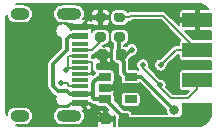
<source format=gtl>
G04 #@! TF.GenerationSoftware,KiCad,Pcbnew,5.1.9+dfsg1-1+deb11u1*
G04 #@! TF.CreationDate,2023-05-11T20:21:06+02:00*
G04 #@! TF.ProjectId,base,62617365-2e6b-4696-9361-645f70636258,rev?*
G04 #@! TF.SameCoordinates,Original*
G04 #@! TF.FileFunction,Copper,L1,Top*
G04 #@! TF.FilePolarity,Positive*
%FSLAX46Y46*%
G04 Gerber Fmt 4.6, Leading zero omitted, Abs format (unit mm)*
G04 Created by KiCad (PCBNEW 5.1.9+dfsg1-1+deb11u1) date 2023-05-11 20:21:06*
%MOMM*%
%LPD*%
G01*
G04 APERTURE LIST*
G04 #@! TA.AperFunction,SMDPad,CuDef*
%ADD10R,1.060000X0.650000*%
G04 #@! TD*
G04 #@! TA.AperFunction,SMDPad,CuDef*
%ADD11R,2.500000X1.250000*%
G04 #@! TD*
G04 #@! TA.AperFunction,ComponentPad*
%ADD12O,1.600000X1.000000*%
G04 #@! TD*
G04 #@! TA.AperFunction,ComponentPad*
%ADD13O,2.100000X1.000000*%
G04 #@! TD*
G04 #@! TA.AperFunction,SMDPad,CuDef*
%ADD14R,1.450000X0.300000*%
G04 #@! TD*
G04 #@! TA.AperFunction,SMDPad,CuDef*
%ADD15R,1.450000X0.600000*%
G04 #@! TD*
G04 #@! TA.AperFunction,ViaPad*
%ADD16C,0.500000*%
G04 #@! TD*
G04 #@! TA.AperFunction,ViaPad*
%ADD17C,0.800000*%
G04 #@! TD*
G04 #@! TA.AperFunction,Conductor*
%ADD18C,0.250000*%
G04 #@! TD*
G04 #@! TA.AperFunction,Conductor*
%ADD19C,0.350000*%
G04 #@! TD*
G04 #@! TA.AperFunction,Conductor*
%ADD20C,0.200000*%
G04 #@! TD*
G04 #@! TA.AperFunction,Conductor*
%ADD21C,0.100000*%
G04 #@! TD*
G04 APERTURE END LIST*
D10*
X6150000Y-1000000D03*
X6150000Y-1950000D03*
X6150000Y-2900000D03*
X8350000Y-2900000D03*
X8350000Y-1000000D03*
G04 #@! TA.AperFunction,SMDPad,CuDef*
G36*
G01*
X7675000Y3625000D02*
X7125000Y3625000D01*
G75*
G02*
X6925000Y3825000I0J200000D01*
G01*
X6925000Y4225000D01*
G75*
G02*
X7125000Y4425000I200000J0D01*
G01*
X7675000Y4425000D01*
G75*
G02*
X7875000Y4225000I0J-200000D01*
G01*
X7875000Y3825000D01*
G75*
G02*
X7675000Y3625000I-200000J0D01*
G01*
G37*
G04 #@! TD.AperFunction*
G04 #@! TA.AperFunction,SMDPad,CuDef*
G36*
G01*
X7675000Y1975000D02*
X7125000Y1975000D01*
G75*
G02*
X6925000Y2175000I0J200000D01*
G01*
X6925000Y2575000D01*
G75*
G02*
X7125000Y2775000I200000J0D01*
G01*
X7675000Y2775000D01*
G75*
G02*
X7875000Y2575000I0J-200000D01*
G01*
X7875000Y2175000D01*
G75*
G02*
X7675000Y1975000I-200000J0D01*
G01*
G37*
G04 #@! TD.AperFunction*
D11*
X14000000Y-3810000D03*
X14000000Y-1270000D03*
X14000000Y1270000D03*
X14000000Y3810000D03*
D12*
X-1050000Y-4320000D03*
X-1050000Y4320000D03*
D13*
X3130000Y4320000D03*
X3130000Y-4320000D03*
D14*
X4045000Y250000D03*
X4045000Y-1750000D03*
X4045000Y-1250000D03*
X4045000Y-750000D03*
X4045000Y-250000D03*
X4045000Y750000D03*
X4045000Y1250000D03*
X4045000Y1750000D03*
D15*
X4045000Y-3250000D03*
X4045000Y-2450000D03*
X4045000Y2450000D03*
X4045000Y3250000D03*
X4045000Y3250000D03*
X4045000Y2450000D03*
X4045000Y-2450000D03*
X4045000Y-3250000D03*
G04 #@! TA.AperFunction,SMDPad,CuDef*
G36*
G01*
X5525000Y2775000D02*
X6075000Y2775000D01*
G75*
G02*
X6275000Y2575000I0J-200000D01*
G01*
X6275000Y2175000D01*
G75*
G02*
X6075000Y1975000I-200000J0D01*
G01*
X5525000Y1975000D01*
G75*
G02*
X5325000Y2175000I0J200000D01*
G01*
X5325000Y2575000D01*
G75*
G02*
X5525000Y2775000I200000J0D01*
G01*
G37*
G04 #@! TD.AperFunction*
G04 #@! TA.AperFunction,SMDPad,CuDef*
G36*
G01*
X5525000Y4425000D02*
X6075000Y4425000D01*
G75*
G02*
X6275000Y4225000I0J-200000D01*
G01*
X6275000Y3825000D01*
G75*
G02*
X6075000Y3625000I-200000J0D01*
G01*
X5525000Y3625000D01*
G75*
G02*
X5325000Y3825000I0J200000D01*
G01*
X5325000Y4225000D01*
G75*
G02*
X5525000Y4425000I200000J0D01*
G01*
G37*
G04 #@! TD.AperFunction*
G04 #@! TA.AperFunction,SMDPad,CuDef*
G36*
G01*
X8225000Y-4300000D02*
X8225000Y-4800000D01*
G75*
G02*
X8000000Y-5025000I-225000J0D01*
G01*
X7550000Y-5025000D01*
G75*
G02*
X7325000Y-4800000I0J225000D01*
G01*
X7325000Y-4300000D01*
G75*
G02*
X7550000Y-4075000I225000J0D01*
G01*
X8000000Y-4075000D01*
G75*
G02*
X8225000Y-4300000I0J-225000D01*
G01*
G37*
G04 #@! TD.AperFunction*
G04 #@! TA.AperFunction,SMDPad,CuDef*
G36*
G01*
X6675000Y-4300000D02*
X6675000Y-4800000D01*
G75*
G02*
X6450000Y-5025000I-225000J0D01*
G01*
X6000000Y-5025000D01*
G75*
G02*
X5775000Y-4800000I0J225000D01*
G01*
X5775000Y-4300000D01*
G75*
G02*
X6000000Y-4075000I225000J0D01*
G01*
X6450000Y-4075000D01*
G75*
G02*
X6675000Y-4300000I0J-225000D01*
G01*
G37*
G04 #@! TD.AperFunction*
G04 #@! TA.AperFunction,SMDPad,CuDef*
G36*
G01*
X6415000Y1110000D02*
X6415000Y610000D01*
G75*
G02*
X6190000Y385000I-225000J0D01*
G01*
X5740000Y385000D01*
G75*
G02*
X5515000Y610000I0J225000D01*
G01*
X5515000Y1110000D01*
G75*
G02*
X5740000Y1335000I225000J0D01*
G01*
X6190000Y1335000D01*
G75*
G02*
X6415000Y1110000I0J-225000D01*
G01*
G37*
G04 #@! TD.AperFunction*
G04 #@! TA.AperFunction,SMDPad,CuDef*
G36*
G01*
X7965000Y1110000D02*
X7965000Y610000D01*
G75*
G02*
X7740000Y385000I-225000J0D01*
G01*
X7290000Y385000D01*
G75*
G02*
X7065000Y610000I0J225000D01*
G01*
X7065000Y1110000D01*
G75*
G02*
X7290000Y1335000I225000J0D01*
G01*
X7740000Y1335000D01*
G75*
G02*
X7965000Y1110000I0J-225000D01*
G01*
G37*
G04 #@! TD.AperFunction*
D16*
X4554225Y3948203D03*
X-550000Y-3350000D03*
X9100000Y-3940000D03*
X12250000Y290000D03*
X11300000Y1250000D03*
X8590000Y3620000D03*
X4500000Y-4900000D03*
X4550000Y-3900000D03*
X-1900000Y1900000D03*
X11090000Y-3950000D03*
X10150000Y150000D03*
X11040000Y3370000D03*
X12170000Y3870000D03*
X8510000Y2500000D03*
X10420000Y2260000D03*
X8180000Y4980000D03*
X11340000Y-1150000D03*
X10400000Y-3080000D03*
X7120000Y-50000D03*
X12290000Y2020000D03*
X13420000Y2600000D03*
X12030000Y-2270000D03*
D17*
X12050000Y-3799999D03*
D16*
X8430000Y1290000D03*
X5150000Y-660000D03*
X2893081Y-457694D03*
X2409444Y-1555543D03*
X10850000Y-1700000D03*
X9365000Y-1586D03*
X10880269Y-19731D03*
D18*
X3100000Y-3400000D02*
X3052002Y-3400000D01*
X3250000Y-3250000D02*
X3100000Y-3400000D01*
X4045000Y-3250000D02*
X3250000Y-3250000D01*
X4045000Y3250000D02*
X3200000Y3250000D01*
X3200000Y3250000D02*
X3000000Y3450000D01*
X4550000Y3755000D02*
X4045000Y3250000D01*
X4550000Y3950000D02*
X4550000Y3755000D01*
X4837500Y-3250000D02*
X6137500Y-4550000D01*
X4045000Y-3250000D02*
X4837500Y-3250000D01*
X4552428Y3950000D02*
X4554225Y3948203D01*
X4550000Y3950000D02*
X4552428Y3950000D01*
X4718522Y4112500D02*
X4554225Y3948203D01*
X5935703Y3948203D02*
X6100000Y4112500D01*
X4554225Y3948203D02*
X5935703Y3948203D01*
X6640002Y-1950000D02*
X6150000Y-1950000D01*
X7050000Y-1540002D02*
X6640002Y-1950000D01*
X7050000Y-550000D02*
X7050000Y-1540002D01*
X6137500Y362500D02*
X7050000Y-550000D01*
X6137500Y650000D02*
X6137500Y362500D01*
X4550000Y-3755000D02*
X4045000Y-3250000D01*
X4550000Y-3900000D02*
X4550000Y-3755000D01*
X3550000Y3250000D02*
X3305010Y3494990D01*
X4045000Y3250000D02*
X3550000Y3250000D01*
X3044990Y3494990D02*
X3000000Y3450000D01*
X3305010Y3494990D02*
X3044990Y3494990D01*
X3200000Y3150000D02*
X3274999Y3075001D01*
X3200000Y3250000D02*
X3200000Y3150000D01*
D19*
X5145001Y-2200001D02*
X4895002Y-2450000D01*
X4895002Y-2450000D02*
X4045000Y-2450000D01*
X5270000Y-2900000D02*
X6150000Y-2900000D01*
X5145001Y-2775001D02*
X5270000Y-2900000D01*
X5145001Y-2200001D02*
X5145001Y-2775001D01*
X6137500Y-2912500D02*
X6150000Y-2900000D01*
X6212500Y-2900000D02*
X7862500Y-4550000D01*
X6150000Y-2900000D02*
X6212500Y-2900000D01*
X5735002Y-1000000D02*
X6150000Y-1000000D01*
X5450001Y-1285001D02*
X5735002Y-1000000D01*
X5364999Y-1285001D02*
X5450001Y-1285001D01*
X5145001Y-1504999D02*
X5364999Y-1285001D01*
X5145001Y-2200001D02*
X5145001Y-1504999D01*
X12501990Y-4585002D02*
X13000000Y-4086992D01*
X13000000Y-4086992D02*
X13000000Y-3810000D01*
X7810002Y-4585002D02*
X12501990Y-4585002D01*
X7775000Y-4550000D02*
X7810002Y-4585002D01*
X3194998Y2450000D02*
X4045000Y2450000D01*
X2944999Y2200001D02*
X3194998Y2450000D01*
X2944999Y1244999D02*
X2944999Y2200001D01*
X1774998Y74998D02*
X2944999Y1244999D01*
X1774998Y-1804996D02*
X1774998Y74998D01*
X2160001Y-2189999D02*
X1774998Y-1804996D01*
X2936001Y-2189999D02*
X2160001Y-2189999D01*
X3196002Y-2450000D02*
X2936001Y-2189999D01*
X4045000Y-2450000D02*
X3196002Y-2450000D01*
D18*
X7862500Y650000D02*
X7800000Y650000D01*
D19*
X7550000Y875000D02*
X7775000Y650000D01*
X7350000Y1075000D02*
X7775000Y650000D01*
X7350000Y2375000D02*
X7350000Y1075000D01*
X8350000Y-1000000D02*
X9250001Y-1000000D01*
X9250001Y-1000000D02*
X12050000Y-3799999D01*
X7775000Y650000D02*
X8415000Y1290000D01*
X8415000Y1290000D02*
X8430000Y1290000D01*
X8112000Y-1000000D02*
X8350000Y-1000000D01*
X7745001Y-633001D02*
X8112000Y-1000000D01*
X7745001Y250001D02*
X7745001Y-633001D01*
X7515000Y480002D02*
X7745001Y250001D01*
X7515000Y860000D02*
X7515000Y480002D01*
D20*
X4960002Y-750000D02*
X4045000Y-750000D01*
X4960002Y250000D02*
X5070001Y140001D01*
X5070001Y-640001D02*
X4960002Y-750000D01*
X4045000Y250000D02*
X4960002Y250000D01*
X5070001Y140001D02*
X5070001Y-270001D01*
X5070001Y-270001D02*
X5070001Y-640001D01*
X3129998Y-250000D02*
X4045000Y-250000D01*
X3129998Y-250000D02*
X3019999Y-140001D01*
X3019999Y-140001D02*
X3019999Y640001D01*
X3019999Y640001D02*
X3129998Y750000D01*
X3129998Y750000D02*
X4045000Y750000D01*
X2922304Y-457694D02*
X2893081Y-457694D01*
X3129998Y-250000D02*
X2922304Y-457694D01*
X2925543Y-1555543D02*
X2409444Y-1555543D01*
X4045000Y-1750000D02*
X3120000Y-1750000D01*
X3120000Y-1750000D02*
X2925543Y-1555543D01*
X5062500Y1250000D02*
X6100000Y2287500D01*
X4045000Y1250000D02*
X5062500Y1250000D01*
X14000000Y-2070000D02*
X14000000Y-1270000D01*
X13240000Y-2830000D02*
X14000000Y-2070000D01*
X11800000Y-2830000D02*
X13240000Y-2830000D01*
X10850000Y-1880000D02*
X11800000Y-2830000D01*
X10850000Y-1700000D02*
X10850000Y-1880000D01*
X10850000Y-1700000D02*
X9365000Y-215000D01*
X9365000Y-215000D02*
X9365000Y-1586D01*
X12170000Y1270000D02*
X10880269Y-19731D01*
X13000000Y1270000D02*
X12170000Y1270000D01*
X12920000Y1350000D02*
X13000000Y1270000D01*
X13955998Y1270000D02*
X14000000Y1270000D01*
X11055997Y4170001D02*
X13955998Y1270000D01*
X8325999Y4170001D02*
X11055997Y4170001D01*
X8180998Y4025000D02*
X8325999Y4170001D01*
X7400000Y4025000D02*
X8180998Y4025000D01*
X14227922Y5151094D02*
X14447165Y5084900D01*
X14649370Y4977386D01*
X14826847Y4832639D01*
X14906823Y4735964D01*
X14229000Y4735000D01*
X14154000Y4660000D01*
X14154000Y3964000D01*
X14174000Y3964000D01*
X14174000Y3656000D01*
X14154000Y3656000D01*
X14154000Y2960000D01*
X14229000Y2885000D01*
X15175000Y2883655D01*
X15175000Y2196451D01*
X13595233Y2196451D01*
X12907911Y2883773D01*
X13771000Y2885000D01*
X13846000Y2960000D01*
X13846000Y3656000D01*
X12525000Y3656000D01*
X12450000Y3581000D01*
X12449126Y3342558D01*
X11356684Y4435000D01*
X12448548Y4435000D01*
X12450000Y4039000D01*
X12525000Y3964000D01*
X13846000Y3964000D01*
X13846000Y4660000D01*
X13771000Y4735000D01*
X12750000Y4736452D01*
X12691190Y4730660D01*
X12634639Y4713505D01*
X12582522Y4685648D01*
X12536841Y4648159D01*
X12499352Y4602478D01*
X12471495Y4550361D01*
X12454340Y4493810D01*
X12448548Y4435000D01*
X11356684Y4435000D01*
X11352734Y4438949D01*
X11340208Y4454212D01*
X11279300Y4504198D01*
X11209811Y4541341D01*
X11134411Y4564213D01*
X11075644Y4570001D01*
X11075643Y4570001D01*
X11055997Y4571936D01*
X11036351Y4570001D01*
X8345634Y4570001D01*
X8325998Y4571935D01*
X8306362Y4570001D01*
X8306352Y4570001D01*
X8247585Y4564213D01*
X8172185Y4541341D01*
X8102696Y4504198D01*
X8094995Y4497878D01*
X8091941Y4503591D01*
X8029579Y4579579D01*
X7953591Y4641941D01*
X7866897Y4688280D01*
X7772828Y4716816D01*
X7675000Y4726451D01*
X7125000Y4726451D01*
X7027172Y4716816D01*
X6933103Y4688280D01*
X6846409Y4641941D01*
X6770421Y4579579D01*
X6708059Y4503591D01*
X6661720Y4416897D01*
X6633184Y4322828D01*
X6623549Y4225000D01*
X6623549Y3825000D01*
X6633184Y3727172D01*
X6661720Y3633103D01*
X6708059Y3546409D01*
X6770421Y3470421D01*
X6846409Y3408059D01*
X6933103Y3361720D01*
X7027172Y3333184D01*
X7125000Y3323549D01*
X7675000Y3323549D01*
X7772828Y3333184D01*
X7866897Y3361720D01*
X7953591Y3408059D01*
X8029579Y3470421D01*
X8091941Y3546409D01*
X8133949Y3625000D01*
X8161352Y3625000D01*
X8180998Y3623065D01*
X8200644Y3625000D01*
X8200645Y3625000D01*
X8259412Y3630788D01*
X8334812Y3653660D01*
X8404301Y3690803D01*
X8465209Y3740789D01*
X8477736Y3756053D01*
X8491684Y3770001D01*
X10890312Y3770001D01*
X12545252Y2115060D01*
X12536842Y2108158D01*
X12499353Y2062477D01*
X12471496Y2010360D01*
X12454341Y1953810D01*
X12448549Y1895000D01*
X12448549Y1670000D01*
X12189635Y1670000D01*
X12169999Y1671934D01*
X12150363Y1670000D01*
X12150353Y1670000D01*
X12091586Y1664212D01*
X12016186Y1641340D01*
X11946697Y1604197D01*
X11924095Y1585648D01*
X11901049Y1566735D01*
X11901047Y1566733D01*
X11885789Y1554211D01*
X11873267Y1538953D01*
X10864584Y530269D01*
X10826099Y530269D01*
X10719840Y509133D01*
X10619746Y467672D01*
X10529665Y407482D01*
X10453056Y330873D01*
X10392866Y240792D01*
X10351405Y140698D01*
X10330269Y34439D01*
X10330269Y-73901D01*
X10351405Y-180160D01*
X10392866Y-280254D01*
X10453056Y-370335D01*
X10529665Y-446944D01*
X10619746Y-507134D01*
X10719840Y-548595D01*
X10826099Y-569731D01*
X10934439Y-569731D01*
X11040698Y-548595D01*
X11140792Y-507134D01*
X11230873Y-446944D01*
X11307482Y-370335D01*
X11367672Y-280254D01*
X11409133Y-180160D01*
X11430269Y-73901D01*
X11430269Y-35416D01*
X12335686Y870000D01*
X12448549Y870000D01*
X12448549Y645000D01*
X12454341Y586190D01*
X12471496Y529640D01*
X12499353Y477523D01*
X12536842Y431842D01*
X12582523Y394353D01*
X12634640Y366496D01*
X12691190Y349341D01*
X12750000Y343549D01*
X15175000Y343549D01*
X15175001Y-343549D01*
X12750000Y-343549D01*
X12691190Y-349341D01*
X12634640Y-366496D01*
X12582523Y-394353D01*
X12536842Y-431842D01*
X12499353Y-477523D01*
X12471496Y-529640D01*
X12454341Y-586190D01*
X12448549Y-645000D01*
X12448549Y-1895000D01*
X12454341Y-1953810D01*
X12471496Y-2010360D01*
X12499353Y-2062477D01*
X12536842Y-2108158D01*
X12582523Y-2145647D01*
X12634640Y-2173504D01*
X12691190Y-2190659D01*
X12750000Y-2196451D01*
X13307864Y-2196451D01*
X13074315Y-2430000D01*
X11965686Y-2430000D01*
X11381726Y-1846041D01*
X11400000Y-1754170D01*
X11400000Y-1645830D01*
X11378864Y-1539571D01*
X11337403Y-1439477D01*
X11277213Y-1349396D01*
X11200604Y-1272787D01*
X11110523Y-1212597D01*
X11010429Y-1171136D01*
X10904170Y-1150000D01*
X10865686Y-1150000D01*
X9889130Y-173444D01*
X9893864Y-162015D01*
X9915000Y-55756D01*
X9915000Y52584D01*
X9893864Y158843D01*
X9852403Y258937D01*
X9792213Y349018D01*
X9715604Y425627D01*
X9625523Y485817D01*
X9525429Y527278D01*
X9419170Y548414D01*
X9310830Y548414D01*
X9204571Y527278D01*
X9104477Y485817D01*
X9014396Y425627D01*
X8937787Y349018D01*
X8877597Y258937D01*
X8836136Y158843D01*
X8815000Y52584D01*
X8815000Y-55756D01*
X8836136Y-162015D01*
X8877597Y-262109D01*
X8937787Y-352190D01*
X8976316Y-390719D01*
X8938810Y-379341D01*
X8880000Y-373549D01*
X8220001Y-373549D01*
X8220001Y226669D01*
X8222299Y250001D01*
X8213128Y343117D01*
X8205265Y369038D01*
X8226377Y408536D01*
X8235560Y438810D01*
X8549807Y753056D01*
X8590429Y761136D01*
X8690523Y802597D01*
X8780604Y862787D01*
X8857213Y939396D01*
X8917403Y1029477D01*
X8958864Y1129571D01*
X8980000Y1235830D01*
X8980000Y1344170D01*
X8958864Y1450429D01*
X8917403Y1550523D01*
X8857213Y1640604D01*
X8780604Y1717213D01*
X8690523Y1777403D01*
X8590429Y1818864D01*
X8484170Y1840000D01*
X8375830Y1840000D01*
X8269571Y1818864D01*
X8169477Y1777403D01*
X8079396Y1717213D01*
X8002787Y1640604D01*
X7964875Y1583864D01*
X7941464Y1596377D01*
X7842705Y1626335D01*
X7825000Y1628079D01*
X7825000Y1699010D01*
X7866897Y1711720D01*
X7953591Y1758059D01*
X8029579Y1820421D01*
X8091941Y1896409D01*
X8138280Y1983103D01*
X8166816Y2077172D01*
X8176451Y2175000D01*
X8176451Y2575000D01*
X8166816Y2672828D01*
X8138280Y2766897D01*
X8091941Y2853591D01*
X8029579Y2929579D01*
X7953591Y2991941D01*
X7866897Y3038280D01*
X7772828Y3066816D01*
X7675000Y3076451D01*
X7125000Y3076451D01*
X7027172Y3066816D01*
X6933103Y3038280D01*
X6846409Y2991941D01*
X6770421Y2929579D01*
X6708059Y2853591D01*
X6661720Y2766897D01*
X6633184Y2672828D01*
X6623549Y2575000D01*
X6623549Y2175000D01*
X6633184Y2077172D01*
X6661720Y1983103D01*
X6708059Y1896409D01*
X6770421Y1820421D01*
X6846409Y1758059D01*
X6875000Y1742777D01*
X6875001Y1430176D01*
X6852272Y1402481D01*
X6803623Y1311464D01*
X6773665Y1212705D01*
X6763549Y1110000D01*
X6763549Y610000D01*
X6773665Y507295D01*
X6803623Y408536D01*
X6852272Y317519D01*
X6917743Y237743D01*
X6997519Y172272D01*
X7088536Y123623D01*
X7187295Y93665D01*
X7234207Y89044D01*
X7270001Y53250D01*
X7270002Y-609659D01*
X7267703Y-633001D01*
X7276874Y-726117D01*
X7285463Y-754429D01*
X7304036Y-815655D01*
X7348143Y-898174D01*
X7407501Y-970502D01*
X7425630Y-985380D01*
X7518549Y-1078299D01*
X7518549Y-1325000D01*
X7524341Y-1383810D01*
X7541496Y-1440360D01*
X7569353Y-1492477D01*
X7606842Y-1538158D01*
X7652523Y-1575647D01*
X7704640Y-1603504D01*
X7761190Y-1620659D01*
X7820000Y-1626451D01*
X8880000Y-1626451D01*
X8938810Y-1620659D01*
X8995360Y-1603504D01*
X9047477Y-1575647D01*
X9093158Y-1538158D01*
X9103638Y-1525388D01*
X11350000Y-3771751D01*
X11350000Y-3868943D01*
X11376901Y-4004181D01*
X11420733Y-4110002D01*
X8489855Y-4110002D01*
X8486377Y-4098536D01*
X8437728Y-4007519D01*
X8372257Y-3927743D01*
X8292481Y-3862272D01*
X8201464Y-3813623D01*
X8102705Y-3783665D01*
X8000000Y-3773549D01*
X7757800Y-3773549D01*
X6981451Y-2997201D01*
X6981451Y-2575000D01*
X7518549Y-2575000D01*
X7518549Y-3225000D01*
X7524341Y-3283810D01*
X7541496Y-3340360D01*
X7569353Y-3392477D01*
X7606842Y-3438158D01*
X7652523Y-3475647D01*
X7704640Y-3503504D01*
X7761190Y-3520659D01*
X7820000Y-3526451D01*
X8880000Y-3526451D01*
X8938810Y-3520659D01*
X8995360Y-3503504D01*
X9047477Y-3475647D01*
X9093158Y-3438158D01*
X9130647Y-3392477D01*
X9158504Y-3340360D01*
X9175659Y-3283810D01*
X9181451Y-3225000D01*
X9181451Y-2575000D01*
X9175659Y-2516190D01*
X9158504Y-2459640D01*
X9130647Y-2407523D01*
X9093158Y-2361842D01*
X9047477Y-2324353D01*
X8995360Y-2296496D01*
X8938810Y-2279341D01*
X8880000Y-2273549D01*
X7820000Y-2273549D01*
X7761190Y-2279341D01*
X7704640Y-2296496D01*
X7652523Y-2324353D01*
X7606842Y-2361842D01*
X7569353Y-2407523D01*
X7541496Y-2459640D01*
X7524341Y-2516190D01*
X7518549Y-2575000D01*
X6981451Y-2575000D01*
X6975659Y-2516190D01*
X6958504Y-2459640D01*
X6939989Y-2425001D01*
X6958505Y-2390361D01*
X6975660Y-2333810D01*
X6981452Y-2275000D01*
X6980000Y-2179000D01*
X6905000Y-2104000D01*
X6304000Y-2104000D01*
X6304000Y-2124000D01*
X5996000Y-2124000D01*
X5996000Y-2104000D01*
X5976000Y-2104000D01*
X5976000Y-1796000D01*
X5996000Y-1796000D01*
X5996000Y-1776000D01*
X6304000Y-1776000D01*
X6304000Y-1796000D01*
X6905000Y-1796000D01*
X6980000Y-1721000D01*
X6981452Y-1625000D01*
X6975660Y-1566190D01*
X6958505Y-1509639D01*
X6939989Y-1474999D01*
X6958504Y-1440360D01*
X6975659Y-1383810D01*
X6981451Y-1325000D01*
X6981451Y-675000D01*
X6975659Y-616190D01*
X6958504Y-559640D01*
X6930647Y-507523D01*
X6893158Y-461842D01*
X6847477Y-424353D01*
X6795360Y-396496D01*
X6738810Y-379341D01*
X6680000Y-373549D01*
X5620079Y-373549D01*
X5577213Y-309396D01*
X5500604Y-232787D01*
X5470001Y-212339D01*
X5470001Y87980D01*
X5515000Y83548D01*
X5736000Y85000D01*
X5811000Y160000D01*
X5811000Y706000D01*
X6119000Y706000D01*
X6119000Y160000D01*
X6194000Y85000D01*
X6415000Y83548D01*
X6473810Y89340D01*
X6530361Y106495D01*
X6582478Y134352D01*
X6628159Y171841D01*
X6665648Y217522D01*
X6693505Y269639D01*
X6710660Y326190D01*
X6716452Y385000D01*
X6715000Y631000D01*
X6640000Y706000D01*
X6119000Y706000D01*
X5811000Y706000D01*
X5290000Y706000D01*
X5215000Y631000D01*
X5214572Y558537D01*
X5183305Y584197D01*
X5113816Y621340D01*
X5071451Y634191D01*
X5071451Y848947D01*
X5082146Y850000D01*
X5082147Y850000D01*
X5140914Y855788D01*
X5216314Y878660D01*
X5285803Y915803D01*
X5346711Y965789D01*
X5359237Y981052D01*
X5392185Y1014000D01*
X5811000Y1014000D01*
X5811000Y1034000D01*
X6119000Y1034000D01*
X6119000Y1014000D01*
X6640000Y1014000D01*
X6715000Y1089000D01*
X6716452Y1335000D01*
X6710660Y1393810D01*
X6693505Y1450361D01*
X6665648Y1502478D01*
X6628159Y1548159D01*
X6582478Y1585648D01*
X6530361Y1613505D01*
X6473810Y1630660D01*
X6415000Y1636452D01*
X6194000Y1635000D01*
X6119002Y1560002D01*
X6119002Y1635000D01*
X6013185Y1635000D01*
X6051734Y1673549D01*
X6075000Y1673549D01*
X6172828Y1683184D01*
X6266897Y1711720D01*
X6353591Y1758059D01*
X6429579Y1820421D01*
X6491941Y1896409D01*
X6538280Y1983103D01*
X6566816Y2077172D01*
X6576451Y2175000D01*
X6576451Y2575000D01*
X6566816Y2672828D01*
X6538280Y2766897D01*
X6491941Y2853591D01*
X6429579Y2929579D01*
X6353591Y2991941D01*
X6266897Y3038280D01*
X6172828Y3066816D01*
X6075000Y3076451D01*
X5525000Y3076451D01*
X5427172Y3066816D01*
X5333103Y3038280D01*
X5246409Y2991941D01*
X5170421Y2929579D01*
X5108059Y2853591D01*
X5068532Y2779641D01*
X5065659Y2808810D01*
X5053164Y2849998D01*
X5065660Y2891190D01*
X5071452Y2950000D01*
X5070000Y3021000D01*
X4995000Y3096000D01*
X4199000Y3096000D01*
X4199000Y3076000D01*
X3891000Y3076000D01*
X3891000Y3096000D01*
X3871000Y3096000D01*
X3871000Y3404000D01*
X3891000Y3404000D01*
X3891000Y3424000D01*
X4199000Y3424000D01*
X4199000Y3404000D01*
X4995000Y3404000D01*
X5065355Y3474355D01*
X5074352Y3457522D01*
X5111841Y3411841D01*
X5157522Y3374352D01*
X5209639Y3346495D01*
X5266190Y3329340D01*
X5325000Y3323548D01*
X5571000Y3325000D01*
X5646000Y3400000D01*
X5646000Y3871000D01*
X5954000Y3871000D01*
X5954000Y3400000D01*
X6029000Y3325000D01*
X6275000Y3323548D01*
X6333810Y3329340D01*
X6390361Y3346495D01*
X6442478Y3374352D01*
X6488159Y3411841D01*
X6525648Y3457522D01*
X6553505Y3509639D01*
X6570660Y3566190D01*
X6576452Y3625000D01*
X6575000Y3796000D01*
X6500000Y3871000D01*
X5954000Y3871000D01*
X5646000Y3871000D01*
X5100000Y3871000D01*
X5025000Y3796000D01*
X5024276Y3710691D01*
X5020648Y3717478D01*
X4983159Y3763159D01*
X4937478Y3800648D01*
X4885361Y3828505D01*
X4828810Y3845660D01*
X4770000Y3851452D01*
X4329327Y3850162D01*
X4348393Y3873394D01*
X4422679Y4012372D01*
X4468424Y4163173D01*
X4483870Y4320000D01*
X4473529Y4425000D01*
X5023548Y4425000D01*
X5025000Y4254000D01*
X5100000Y4179000D01*
X5646000Y4179000D01*
X5646000Y4650000D01*
X5954000Y4650000D01*
X5954000Y4179000D01*
X6500000Y4179000D01*
X6575000Y4254000D01*
X6576452Y4425000D01*
X6570660Y4483810D01*
X6553505Y4540361D01*
X6525648Y4592478D01*
X6488159Y4638159D01*
X6442478Y4675648D01*
X6390361Y4703505D01*
X6333810Y4720660D01*
X6275000Y4726452D01*
X6029000Y4725000D01*
X5954000Y4650000D01*
X5646000Y4650000D01*
X5571000Y4725000D01*
X5325000Y4726452D01*
X5266190Y4720660D01*
X5209639Y4703505D01*
X5157522Y4675648D01*
X5111841Y4638159D01*
X5074352Y4592478D01*
X5046495Y4540361D01*
X5029340Y4483810D01*
X5023548Y4425000D01*
X4473529Y4425000D01*
X4468424Y4476827D01*
X4422679Y4627628D01*
X4348393Y4766606D01*
X4248422Y4888422D01*
X4126606Y4988393D01*
X3987628Y5062679D01*
X3836827Y5108424D01*
X3719293Y5120000D01*
X2540707Y5120000D01*
X2423173Y5108424D01*
X2272372Y5062679D01*
X2133394Y4988393D01*
X2011578Y4888422D01*
X1911607Y4766606D01*
X1837321Y4627628D01*
X1791576Y4476827D01*
X1776130Y4320000D01*
X1791576Y4163173D01*
X1837321Y4012372D01*
X1911607Y3873394D01*
X2011578Y3751578D01*
X2133394Y3651607D01*
X2272372Y3577321D01*
X2423173Y3531576D01*
X2540707Y3520000D01*
X3019162Y3520000D01*
X3020000Y3479000D01*
X3094998Y3404002D01*
X3020000Y3404002D01*
X3020000Y3353883D01*
X2998414Y3375469D01*
X2896048Y3443868D01*
X2782306Y3490981D01*
X2661557Y3515000D01*
X2538443Y3515000D01*
X2417694Y3490981D01*
X2303952Y3443868D01*
X2201586Y3375469D01*
X2114531Y3288414D01*
X2046132Y3186048D01*
X1999019Y3072306D01*
X1975000Y2951557D01*
X1975000Y2828443D01*
X1999019Y2707694D01*
X2046132Y2593952D01*
X2114531Y2491586D01*
X2201586Y2404531D01*
X2303952Y2336132D01*
X2417694Y2289019D01*
X2475339Y2277552D01*
X2467701Y2200001D01*
X2470000Y2176659D01*
X2469999Y1441750D01*
X1455627Y427377D01*
X1437498Y412499D01*
X1378140Y340171D01*
X1353362Y293814D01*
X1334033Y257652D01*
X1306871Y168114D01*
X1297700Y74998D01*
X1299999Y51656D01*
X1299998Y-1781663D01*
X1297700Y-1804996D01*
X1306871Y-1898112D01*
X1312354Y-1916187D01*
X1334032Y-1987649D01*
X1378139Y-2070169D01*
X1437497Y-2142497D01*
X1455632Y-2157380D01*
X1807621Y-2509370D01*
X1822500Y-2527500D01*
X1894828Y-2586858D01*
X1977347Y-2630965D01*
X2024834Y-2645370D01*
X1999019Y-2707694D01*
X1975000Y-2828443D01*
X1975000Y-2951557D01*
X1999019Y-3072306D01*
X2046132Y-3186048D01*
X2114531Y-3288414D01*
X2201586Y-3375469D01*
X2303952Y-3443868D01*
X2417694Y-3490981D01*
X2538443Y-3515000D01*
X2661557Y-3515000D01*
X2782306Y-3490981D01*
X2896048Y-3443868D01*
X2998414Y-3375469D01*
X3020000Y-3353883D01*
X3020000Y-3404002D01*
X3094998Y-3404002D01*
X3020000Y-3479000D01*
X3019162Y-3520000D01*
X2540707Y-3520000D01*
X2423173Y-3531576D01*
X2272372Y-3577321D01*
X2133394Y-3651607D01*
X2011578Y-3751578D01*
X1911607Y-3873394D01*
X1837321Y-4012372D01*
X1791576Y-4163173D01*
X1776130Y-4320000D01*
X1791576Y-4476827D01*
X1837321Y-4627628D01*
X1911607Y-4766606D01*
X2011578Y-4888422D01*
X2133394Y-4988393D01*
X2272372Y-5062679D01*
X2423173Y-5108424D01*
X2540707Y-5120000D01*
X3719293Y-5120000D01*
X3836827Y-5108424D01*
X3987628Y-5062679D01*
X4126606Y-4988393D01*
X4248422Y-4888422D01*
X4348393Y-4766606D01*
X4422679Y-4627628D01*
X4468424Y-4476827D01*
X4483870Y-4320000D01*
X4468424Y-4163173D01*
X4441678Y-4075000D01*
X5473548Y-4075000D01*
X5475000Y-4321000D01*
X5550000Y-4396000D01*
X6071000Y-4396000D01*
X6071000Y-3850000D01*
X5996000Y-3775000D01*
X5775000Y-3773548D01*
X5716190Y-3779340D01*
X5659639Y-3796495D01*
X5607522Y-3824352D01*
X5561841Y-3861841D01*
X5524352Y-3907522D01*
X5496495Y-3959639D01*
X5479340Y-4016190D01*
X5473548Y-4075000D01*
X4441678Y-4075000D01*
X4422679Y-4012372D01*
X4348393Y-3873394D01*
X4329327Y-3850162D01*
X4770000Y-3851452D01*
X4828810Y-3845660D01*
X4885361Y-3828505D01*
X4937478Y-3800648D01*
X4983159Y-3763159D01*
X5020648Y-3717478D01*
X5048505Y-3665361D01*
X5065660Y-3608810D01*
X5071452Y-3550000D01*
X5070000Y-3479000D01*
X4995002Y-3404002D01*
X5070000Y-3404002D01*
X5070000Y-3331694D01*
X5087346Y-3340966D01*
X5156044Y-3361805D01*
X5176883Y-3368127D01*
X5269999Y-3377298D01*
X5293331Y-3375000D01*
X5360011Y-3375000D01*
X5369353Y-3392477D01*
X5406842Y-3438158D01*
X5452523Y-3475647D01*
X5504640Y-3503504D01*
X5561190Y-3520659D01*
X5620000Y-3526451D01*
X6167201Y-3526451D01*
X6434875Y-3794125D01*
X6379000Y-3850000D01*
X6379000Y-4396000D01*
X6900000Y-4396000D01*
X6968375Y-4327625D01*
X7023549Y-4382800D01*
X7023549Y-4383861D01*
X7022836Y-4385195D01*
X7005764Y-4441473D01*
X7000000Y-4500000D01*
X7000000Y-5175000D01*
X6934990Y-5175000D01*
X6953505Y-5140361D01*
X6970660Y-5083810D01*
X6976452Y-5025000D01*
X6975000Y-4779000D01*
X6900000Y-4704000D01*
X6379000Y-4704000D01*
X6379000Y-4724000D01*
X6071000Y-4724000D01*
X6071000Y-4704000D01*
X5550000Y-4704000D01*
X5475000Y-4779000D01*
X5473548Y-5025000D01*
X5479340Y-5083810D01*
X5496495Y-5140361D01*
X5515010Y-5175000D01*
X-984104Y-5175000D01*
X-1227922Y-5151094D01*
X-1330909Y-5120000D01*
X-710707Y-5120000D01*
X-593173Y-5108424D01*
X-442372Y-5062679D01*
X-303394Y-4988393D01*
X-181578Y-4888422D01*
X-81607Y-4766606D01*
X-7321Y-4627628D01*
X38424Y-4476827D01*
X53870Y-4320000D01*
X38424Y-4163173D01*
X-7321Y-4012372D01*
X-81607Y-3873394D01*
X-181578Y-3751578D01*
X-303394Y-3651607D01*
X-442372Y-3577321D01*
X-593173Y-3531576D01*
X-710707Y-3520000D01*
X-1389293Y-3520000D01*
X-1506827Y-3531576D01*
X-1657628Y-3577321D01*
X-1796606Y-3651607D01*
X-1918422Y-3751578D01*
X-2018393Y-3873394D01*
X-2092679Y-4012372D01*
X-2138424Y-4163173D01*
X-2146529Y-4245469D01*
X-2149474Y-4235958D01*
X-2175000Y-3993085D01*
X-2175000Y3984104D01*
X-2151094Y4227922D01*
X-2146349Y4243637D01*
X-2138424Y4163173D01*
X-2092679Y4012372D01*
X-2018393Y3873394D01*
X-1918422Y3751578D01*
X-1796606Y3651607D01*
X-1657628Y3577321D01*
X-1506827Y3531576D01*
X-1389293Y3520000D01*
X-710707Y3520000D01*
X-593173Y3531576D01*
X-442372Y3577321D01*
X-303394Y3651607D01*
X-181578Y3751578D01*
X-81607Y3873394D01*
X-7321Y4012372D01*
X38424Y4163173D01*
X53870Y4320000D01*
X38424Y4476827D01*
X-7321Y4627628D01*
X-81607Y4766606D01*
X-181578Y4888422D01*
X-303394Y4988393D01*
X-442372Y5062679D01*
X-593173Y5108424D01*
X-710707Y5120000D01*
X-1331169Y5120000D01*
X-1235953Y5149474D01*
X-993085Y5175000D01*
X13984104Y5175000D01*
X14227922Y5151094D01*
G04 #@! TA.AperFunction,Conductor*
D21*
G36*
X14227922Y5151094D02*
G01*
X14447165Y5084900D01*
X14649370Y4977386D01*
X14826847Y4832639D01*
X14906823Y4735964D01*
X14229000Y4735000D01*
X14154000Y4660000D01*
X14154000Y3964000D01*
X14174000Y3964000D01*
X14174000Y3656000D01*
X14154000Y3656000D01*
X14154000Y2960000D01*
X14229000Y2885000D01*
X15175000Y2883655D01*
X15175000Y2196451D01*
X13595233Y2196451D01*
X12907911Y2883773D01*
X13771000Y2885000D01*
X13846000Y2960000D01*
X13846000Y3656000D01*
X12525000Y3656000D01*
X12450000Y3581000D01*
X12449126Y3342558D01*
X11356684Y4435000D01*
X12448548Y4435000D01*
X12450000Y4039000D01*
X12525000Y3964000D01*
X13846000Y3964000D01*
X13846000Y4660000D01*
X13771000Y4735000D01*
X12750000Y4736452D01*
X12691190Y4730660D01*
X12634639Y4713505D01*
X12582522Y4685648D01*
X12536841Y4648159D01*
X12499352Y4602478D01*
X12471495Y4550361D01*
X12454340Y4493810D01*
X12448548Y4435000D01*
X11356684Y4435000D01*
X11352734Y4438949D01*
X11340208Y4454212D01*
X11279300Y4504198D01*
X11209811Y4541341D01*
X11134411Y4564213D01*
X11075644Y4570001D01*
X11075643Y4570001D01*
X11055997Y4571936D01*
X11036351Y4570001D01*
X8345634Y4570001D01*
X8325998Y4571935D01*
X8306362Y4570001D01*
X8306352Y4570001D01*
X8247585Y4564213D01*
X8172185Y4541341D01*
X8102696Y4504198D01*
X8094995Y4497878D01*
X8091941Y4503591D01*
X8029579Y4579579D01*
X7953591Y4641941D01*
X7866897Y4688280D01*
X7772828Y4716816D01*
X7675000Y4726451D01*
X7125000Y4726451D01*
X7027172Y4716816D01*
X6933103Y4688280D01*
X6846409Y4641941D01*
X6770421Y4579579D01*
X6708059Y4503591D01*
X6661720Y4416897D01*
X6633184Y4322828D01*
X6623549Y4225000D01*
X6623549Y3825000D01*
X6633184Y3727172D01*
X6661720Y3633103D01*
X6708059Y3546409D01*
X6770421Y3470421D01*
X6846409Y3408059D01*
X6933103Y3361720D01*
X7027172Y3333184D01*
X7125000Y3323549D01*
X7675000Y3323549D01*
X7772828Y3333184D01*
X7866897Y3361720D01*
X7953591Y3408059D01*
X8029579Y3470421D01*
X8091941Y3546409D01*
X8133949Y3625000D01*
X8161352Y3625000D01*
X8180998Y3623065D01*
X8200644Y3625000D01*
X8200645Y3625000D01*
X8259412Y3630788D01*
X8334812Y3653660D01*
X8404301Y3690803D01*
X8465209Y3740789D01*
X8477736Y3756053D01*
X8491684Y3770001D01*
X10890312Y3770001D01*
X12545252Y2115060D01*
X12536842Y2108158D01*
X12499353Y2062477D01*
X12471496Y2010360D01*
X12454341Y1953810D01*
X12448549Y1895000D01*
X12448549Y1670000D01*
X12189635Y1670000D01*
X12169999Y1671934D01*
X12150363Y1670000D01*
X12150353Y1670000D01*
X12091586Y1664212D01*
X12016186Y1641340D01*
X11946697Y1604197D01*
X11924095Y1585648D01*
X11901049Y1566735D01*
X11901047Y1566733D01*
X11885789Y1554211D01*
X11873267Y1538953D01*
X10864584Y530269D01*
X10826099Y530269D01*
X10719840Y509133D01*
X10619746Y467672D01*
X10529665Y407482D01*
X10453056Y330873D01*
X10392866Y240792D01*
X10351405Y140698D01*
X10330269Y34439D01*
X10330269Y-73901D01*
X10351405Y-180160D01*
X10392866Y-280254D01*
X10453056Y-370335D01*
X10529665Y-446944D01*
X10619746Y-507134D01*
X10719840Y-548595D01*
X10826099Y-569731D01*
X10934439Y-569731D01*
X11040698Y-548595D01*
X11140792Y-507134D01*
X11230873Y-446944D01*
X11307482Y-370335D01*
X11367672Y-280254D01*
X11409133Y-180160D01*
X11430269Y-73901D01*
X11430269Y-35416D01*
X12335686Y870000D01*
X12448549Y870000D01*
X12448549Y645000D01*
X12454341Y586190D01*
X12471496Y529640D01*
X12499353Y477523D01*
X12536842Y431842D01*
X12582523Y394353D01*
X12634640Y366496D01*
X12691190Y349341D01*
X12750000Y343549D01*
X15175000Y343549D01*
X15175001Y-343549D01*
X12750000Y-343549D01*
X12691190Y-349341D01*
X12634640Y-366496D01*
X12582523Y-394353D01*
X12536842Y-431842D01*
X12499353Y-477523D01*
X12471496Y-529640D01*
X12454341Y-586190D01*
X12448549Y-645000D01*
X12448549Y-1895000D01*
X12454341Y-1953810D01*
X12471496Y-2010360D01*
X12499353Y-2062477D01*
X12536842Y-2108158D01*
X12582523Y-2145647D01*
X12634640Y-2173504D01*
X12691190Y-2190659D01*
X12750000Y-2196451D01*
X13307864Y-2196451D01*
X13074315Y-2430000D01*
X11965686Y-2430000D01*
X11381726Y-1846041D01*
X11400000Y-1754170D01*
X11400000Y-1645830D01*
X11378864Y-1539571D01*
X11337403Y-1439477D01*
X11277213Y-1349396D01*
X11200604Y-1272787D01*
X11110523Y-1212597D01*
X11010429Y-1171136D01*
X10904170Y-1150000D01*
X10865686Y-1150000D01*
X9889130Y-173444D01*
X9893864Y-162015D01*
X9915000Y-55756D01*
X9915000Y52584D01*
X9893864Y158843D01*
X9852403Y258937D01*
X9792213Y349018D01*
X9715604Y425627D01*
X9625523Y485817D01*
X9525429Y527278D01*
X9419170Y548414D01*
X9310830Y548414D01*
X9204571Y527278D01*
X9104477Y485817D01*
X9014396Y425627D01*
X8937787Y349018D01*
X8877597Y258937D01*
X8836136Y158843D01*
X8815000Y52584D01*
X8815000Y-55756D01*
X8836136Y-162015D01*
X8877597Y-262109D01*
X8937787Y-352190D01*
X8976316Y-390719D01*
X8938810Y-379341D01*
X8880000Y-373549D01*
X8220001Y-373549D01*
X8220001Y226669D01*
X8222299Y250001D01*
X8213128Y343117D01*
X8205265Y369038D01*
X8226377Y408536D01*
X8235560Y438810D01*
X8549807Y753056D01*
X8590429Y761136D01*
X8690523Y802597D01*
X8780604Y862787D01*
X8857213Y939396D01*
X8917403Y1029477D01*
X8958864Y1129571D01*
X8980000Y1235830D01*
X8980000Y1344170D01*
X8958864Y1450429D01*
X8917403Y1550523D01*
X8857213Y1640604D01*
X8780604Y1717213D01*
X8690523Y1777403D01*
X8590429Y1818864D01*
X8484170Y1840000D01*
X8375830Y1840000D01*
X8269571Y1818864D01*
X8169477Y1777403D01*
X8079396Y1717213D01*
X8002787Y1640604D01*
X7964875Y1583864D01*
X7941464Y1596377D01*
X7842705Y1626335D01*
X7825000Y1628079D01*
X7825000Y1699010D01*
X7866897Y1711720D01*
X7953591Y1758059D01*
X8029579Y1820421D01*
X8091941Y1896409D01*
X8138280Y1983103D01*
X8166816Y2077172D01*
X8176451Y2175000D01*
X8176451Y2575000D01*
X8166816Y2672828D01*
X8138280Y2766897D01*
X8091941Y2853591D01*
X8029579Y2929579D01*
X7953591Y2991941D01*
X7866897Y3038280D01*
X7772828Y3066816D01*
X7675000Y3076451D01*
X7125000Y3076451D01*
X7027172Y3066816D01*
X6933103Y3038280D01*
X6846409Y2991941D01*
X6770421Y2929579D01*
X6708059Y2853591D01*
X6661720Y2766897D01*
X6633184Y2672828D01*
X6623549Y2575000D01*
X6623549Y2175000D01*
X6633184Y2077172D01*
X6661720Y1983103D01*
X6708059Y1896409D01*
X6770421Y1820421D01*
X6846409Y1758059D01*
X6875000Y1742777D01*
X6875001Y1430176D01*
X6852272Y1402481D01*
X6803623Y1311464D01*
X6773665Y1212705D01*
X6763549Y1110000D01*
X6763549Y610000D01*
X6773665Y507295D01*
X6803623Y408536D01*
X6852272Y317519D01*
X6917743Y237743D01*
X6997519Y172272D01*
X7088536Y123623D01*
X7187295Y93665D01*
X7234207Y89044D01*
X7270001Y53250D01*
X7270002Y-609659D01*
X7267703Y-633001D01*
X7276874Y-726117D01*
X7285463Y-754429D01*
X7304036Y-815655D01*
X7348143Y-898174D01*
X7407501Y-970502D01*
X7425630Y-985380D01*
X7518549Y-1078299D01*
X7518549Y-1325000D01*
X7524341Y-1383810D01*
X7541496Y-1440360D01*
X7569353Y-1492477D01*
X7606842Y-1538158D01*
X7652523Y-1575647D01*
X7704640Y-1603504D01*
X7761190Y-1620659D01*
X7820000Y-1626451D01*
X8880000Y-1626451D01*
X8938810Y-1620659D01*
X8995360Y-1603504D01*
X9047477Y-1575647D01*
X9093158Y-1538158D01*
X9103638Y-1525388D01*
X11350000Y-3771751D01*
X11350000Y-3868943D01*
X11376901Y-4004181D01*
X11420733Y-4110002D01*
X8489855Y-4110002D01*
X8486377Y-4098536D01*
X8437728Y-4007519D01*
X8372257Y-3927743D01*
X8292481Y-3862272D01*
X8201464Y-3813623D01*
X8102705Y-3783665D01*
X8000000Y-3773549D01*
X7757800Y-3773549D01*
X6981451Y-2997201D01*
X6981451Y-2575000D01*
X7518549Y-2575000D01*
X7518549Y-3225000D01*
X7524341Y-3283810D01*
X7541496Y-3340360D01*
X7569353Y-3392477D01*
X7606842Y-3438158D01*
X7652523Y-3475647D01*
X7704640Y-3503504D01*
X7761190Y-3520659D01*
X7820000Y-3526451D01*
X8880000Y-3526451D01*
X8938810Y-3520659D01*
X8995360Y-3503504D01*
X9047477Y-3475647D01*
X9093158Y-3438158D01*
X9130647Y-3392477D01*
X9158504Y-3340360D01*
X9175659Y-3283810D01*
X9181451Y-3225000D01*
X9181451Y-2575000D01*
X9175659Y-2516190D01*
X9158504Y-2459640D01*
X9130647Y-2407523D01*
X9093158Y-2361842D01*
X9047477Y-2324353D01*
X8995360Y-2296496D01*
X8938810Y-2279341D01*
X8880000Y-2273549D01*
X7820000Y-2273549D01*
X7761190Y-2279341D01*
X7704640Y-2296496D01*
X7652523Y-2324353D01*
X7606842Y-2361842D01*
X7569353Y-2407523D01*
X7541496Y-2459640D01*
X7524341Y-2516190D01*
X7518549Y-2575000D01*
X6981451Y-2575000D01*
X6975659Y-2516190D01*
X6958504Y-2459640D01*
X6939989Y-2425001D01*
X6958505Y-2390361D01*
X6975660Y-2333810D01*
X6981452Y-2275000D01*
X6980000Y-2179000D01*
X6905000Y-2104000D01*
X6304000Y-2104000D01*
X6304000Y-2124000D01*
X5996000Y-2124000D01*
X5996000Y-2104000D01*
X5976000Y-2104000D01*
X5976000Y-1796000D01*
X5996000Y-1796000D01*
X5996000Y-1776000D01*
X6304000Y-1776000D01*
X6304000Y-1796000D01*
X6905000Y-1796000D01*
X6980000Y-1721000D01*
X6981452Y-1625000D01*
X6975660Y-1566190D01*
X6958505Y-1509639D01*
X6939989Y-1474999D01*
X6958504Y-1440360D01*
X6975659Y-1383810D01*
X6981451Y-1325000D01*
X6981451Y-675000D01*
X6975659Y-616190D01*
X6958504Y-559640D01*
X6930647Y-507523D01*
X6893158Y-461842D01*
X6847477Y-424353D01*
X6795360Y-396496D01*
X6738810Y-379341D01*
X6680000Y-373549D01*
X5620079Y-373549D01*
X5577213Y-309396D01*
X5500604Y-232787D01*
X5470001Y-212339D01*
X5470001Y87980D01*
X5515000Y83548D01*
X5736000Y85000D01*
X5811000Y160000D01*
X5811000Y706000D01*
X6119000Y706000D01*
X6119000Y160000D01*
X6194000Y85000D01*
X6415000Y83548D01*
X6473810Y89340D01*
X6530361Y106495D01*
X6582478Y134352D01*
X6628159Y171841D01*
X6665648Y217522D01*
X6693505Y269639D01*
X6710660Y326190D01*
X6716452Y385000D01*
X6715000Y631000D01*
X6640000Y706000D01*
X6119000Y706000D01*
X5811000Y706000D01*
X5290000Y706000D01*
X5215000Y631000D01*
X5214572Y558537D01*
X5183305Y584197D01*
X5113816Y621340D01*
X5071451Y634191D01*
X5071451Y848947D01*
X5082146Y850000D01*
X5082147Y850000D01*
X5140914Y855788D01*
X5216314Y878660D01*
X5285803Y915803D01*
X5346711Y965789D01*
X5359237Y981052D01*
X5392185Y1014000D01*
X5811000Y1014000D01*
X5811000Y1034000D01*
X6119000Y1034000D01*
X6119000Y1014000D01*
X6640000Y1014000D01*
X6715000Y1089000D01*
X6716452Y1335000D01*
X6710660Y1393810D01*
X6693505Y1450361D01*
X6665648Y1502478D01*
X6628159Y1548159D01*
X6582478Y1585648D01*
X6530361Y1613505D01*
X6473810Y1630660D01*
X6415000Y1636452D01*
X6194000Y1635000D01*
X6119002Y1560002D01*
X6119002Y1635000D01*
X6013185Y1635000D01*
X6051734Y1673549D01*
X6075000Y1673549D01*
X6172828Y1683184D01*
X6266897Y1711720D01*
X6353591Y1758059D01*
X6429579Y1820421D01*
X6491941Y1896409D01*
X6538280Y1983103D01*
X6566816Y2077172D01*
X6576451Y2175000D01*
X6576451Y2575000D01*
X6566816Y2672828D01*
X6538280Y2766897D01*
X6491941Y2853591D01*
X6429579Y2929579D01*
X6353591Y2991941D01*
X6266897Y3038280D01*
X6172828Y3066816D01*
X6075000Y3076451D01*
X5525000Y3076451D01*
X5427172Y3066816D01*
X5333103Y3038280D01*
X5246409Y2991941D01*
X5170421Y2929579D01*
X5108059Y2853591D01*
X5068532Y2779641D01*
X5065659Y2808810D01*
X5053164Y2849998D01*
X5065660Y2891190D01*
X5071452Y2950000D01*
X5070000Y3021000D01*
X4995000Y3096000D01*
X4199000Y3096000D01*
X4199000Y3076000D01*
X3891000Y3076000D01*
X3891000Y3096000D01*
X3871000Y3096000D01*
X3871000Y3404000D01*
X3891000Y3404000D01*
X3891000Y3424000D01*
X4199000Y3424000D01*
X4199000Y3404000D01*
X4995000Y3404000D01*
X5065355Y3474355D01*
X5074352Y3457522D01*
X5111841Y3411841D01*
X5157522Y3374352D01*
X5209639Y3346495D01*
X5266190Y3329340D01*
X5325000Y3323548D01*
X5571000Y3325000D01*
X5646000Y3400000D01*
X5646000Y3871000D01*
X5954000Y3871000D01*
X5954000Y3400000D01*
X6029000Y3325000D01*
X6275000Y3323548D01*
X6333810Y3329340D01*
X6390361Y3346495D01*
X6442478Y3374352D01*
X6488159Y3411841D01*
X6525648Y3457522D01*
X6553505Y3509639D01*
X6570660Y3566190D01*
X6576452Y3625000D01*
X6575000Y3796000D01*
X6500000Y3871000D01*
X5954000Y3871000D01*
X5646000Y3871000D01*
X5100000Y3871000D01*
X5025000Y3796000D01*
X5024276Y3710691D01*
X5020648Y3717478D01*
X4983159Y3763159D01*
X4937478Y3800648D01*
X4885361Y3828505D01*
X4828810Y3845660D01*
X4770000Y3851452D01*
X4329327Y3850162D01*
X4348393Y3873394D01*
X4422679Y4012372D01*
X4468424Y4163173D01*
X4483870Y4320000D01*
X4473529Y4425000D01*
X5023548Y4425000D01*
X5025000Y4254000D01*
X5100000Y4179000D01*
X5646000Y4179000D01*
X5646000Y4650000D01*
X5954000Y4650000D01*
X5954000Y4179000D01*
X6500000Y4179000D01*
X6575000Y4254000D01*
X6576452Y4425000D01*
X6570660Y4483810D01*
X6553505Y4540361D01*
X6525648Y4592478D01*
X6488159Y4638159D01*
X6442478Y4675648D01*
X6390361Y4703505D01*
X6333810Y4720660D01*
X6275000Y4726452D01*
X6029000Y4725000D01*
X5954000Y4650000D01*
X5646000Y4650000D01*
X5571000Y4725000D01*
X5325000Y4726452D01*
X5266190Y4720660D01*
X5209639Y4703505D01*
X5157522Y4675648D01*
X5111841Y4638159D01*
X5074352Y4592478D01*
X5046495Y4540361D01*
X5029340Y4483810D01*
X5023548Y4425000D01*
X4473529Y4425000D01*
X4468424Y4476827D01*
X4422679Y4627628D01*
X4348393Y4766606D01*
X4248422Y4888422D01*
X4126606Y4988393D01*
X3987628Y5062679D01*
X3836827Y5108424D01*
X3719293Y5120000D01*
X2540707Y5120000D01*
X2423173Y5108424D01*
X2272372Y5062679D01*
X2133394Y4988393D01*
X2011578Y4888422D01*
X1911607Y4766606D01*
X1837321Y4627628D01*
X1791576Y4476827D01*
X1776130Y4320000D01*
X1791576Y4163173D01*
X1837321Y4012372D01*
X1911607Y3873394D01*
X2011578Y3751578D01*
X2133394Y3651607D01*
X2272372Y3577321D01*
X2423173Y3531576D01*
X2540707Y3520000D01*
X3019162Y3520000D01*
X3020000Y3479000D01*
X3094998Y3404002D01*
X3020000Y3404002D01*
X3020000Y3353883D01*
X2998414Y3375469D01*
X2896048Y3443868D01*
X2782306Y3490981D01*
X2661557Y3515000D01*
X2538443Y3515000D01*
X2417694Y3490981D01*
X2303952Y3443868D01*
X2201586Y3375469D01*
X2114531Y3288414D01*
X2046132Y3186048D01*
X1999019Y3072306D01*
X1975000Y2951557D01*
X1975000Y2828443D01*
X1999019Y2707694D01*
X2046132Y2593952D01*
X2114531Y2491586D01*
X2201586Y2404531D01*
X2303952Y2336132D01*
X2417694Y2289019D01*
X2475339Y2277552D01*
X2467701Y2200001D01*
X2470000Y2176659D01*
X2469999Y1441750D01*
X1455627Y427377D01*
X1437498Y412499D01*
X1378140Y340171D01*
X1353362Y293814D01*
X1334033Y257652D01*
X1306871Y168114D01*
X1297700Y74998D01*
X1299999Y51656D01*
X1299998Y-1781663D01*
X1297700Y-1804996D01*
X1306871Y-1898112D01*
X1312354Y-1916187D01*
X1334032Y-1987649D01*
X1378139Y-2070169D01*
X1437497Y-2142497D01*
X1455632Y-2157380D01*
X1807621Y-2509370D01*
X1822500Y-2527500D01*
X1894828Y-2586858D01*
X1977347Y-2630965D01*
X2024834Y-2645370D01*
X1999019Y-2707694D01*
X1975000Y-2828443D01*
X1975000Y-2951557D01*
X1999019Y-3072306D01*
X2046132Y-3186048D01*
X2114531Y-3288414D01*
X2201586Y-3375469D01*
X2303952Y-3443868D01*
X2417694Y-3490981D01*
X2538443Y-3515000D01*
X2661557Y-3515000D01*
X2782306Y-3490981D01*
X2896048Y-3443868D01*
X2998414Y-3375469D01*
X3020000Y-3353883D01*
X3020000Y-3404002D01*
X3094998Y-3404002D01*
X3020000Y-3479000D01*
X3019162Y-3520000D01*
X2540707Y-3520000D01*
X2423173Y-3531576D01*
X2272372Y-3577321D01*
X2133394Y-3651607D01*
X2011578Y-3751578D01*
X1911607Y-3873394D01*
X1837321Y-4012372D01*
X1791576Y-4163173D01*
X1776130Y-4320000D01*
X1791576Y-4476827D01*
X1837321Y-4627628D01*
X1911607Y-4766606D01*
X2011578Y-4888422D01*
X2133394Y-4988393D01*
X2272372Y-5062679D01*
X2423173Y-5108424D01*
X2540707Y-5120000D01*
X3719293Y-5120000D01*
X3836827Y-5108424D01*
X3987628Y-5062679D01*
X4126606Y-4988393D01*
X4248422Y-4888422D01*
X4348393Y-4766606D01*
X4422679Y-4627628D01*
X4468424Y-4476827D01*
X4483870Y-4320000D01*
X4468424Y-4163173D01*
X4441678Y-4075000D01*
X5473548Y-4075000D01*
X5475000Y-4321000D01*
X5550000Y-4396000D01*
X6071000Y-4396000D01*
X6071000Y-3850000D01*
X5996000Y-3775000D01*
X5775000Y-3773548D01*
X5716190Y-3779340D01*
X5659639Y-3796495D01*
X5607522Y-3824352D01*
X5561841Y-3861841D01*
X5524352Y-3907522D01*
X5496495Y-3959639D01*
X5479340Y-4016190D01*
X5473548Y-4075000D01*
X4441678Y-4075000D01*
X4422679Y-4012372D01*
X4348393Y-3873394D01*
X4329327Y-3850162D01*
X4770000Y-3851452D01*
X4828810Y-3845660D01*
X4885361Y-3828505D01*
X4937478Y-3800648D01*
X4983159Y-3763159D01*
X5020648Y-3717478D01*
X5048505Y-3665361D01*
X5065660Y-3608810D01*
X5071452Y-3550000D01*
X5070000Y-3479000D01*
X4995002Y-3404002D01*
X5070000Y-3404002D01*
X5070000Y-3331694D01*
X5087346Y-3340966D01*
X5156044Y-3361805D01*
X5176883Y-3368127D01*
X5269999Y-3377298D01*
X5293331Y-3375000D01*
X5360011Y-3375000D01*
X5369353Y-3392477D01*
X5406842Y-3438158D01*
X5452523Y-3475647D01*
X5504640Y-3503504D01*
X5561190Y-3520659D01*
X5620000Y-3526451D01*
X6167201Y-3526451D01*
X6434875Y-3794125D01*
X6379000Y-3850000D01*
X6379000Y-4396000D01*
X6900000Y-4396000D01*
X6968375Y-4327625D01*
X7023549Y-4382800D01*
X7023549Y-4383861D01*
X7022836Y-4385195D01*
X7005764Y-4441473D01*
X7000000Y-4500000D01*
X7000000Y-5175000D01*
X6934990Y-5175000D01*
X6953505Y-5140361D01*
X6970660Y-5083810D01*
X6976452Y-5025000D01*
X6975000Y-4779000D01*
X6900000Y-4704000D01*
X6379000Y-4704000D01*
X6379000Y-4724000D01*
X6071000Y-4724000D01*
X6071000Y-4704000D01*
X5550000Y-4704000D01*
X5475000Y-4779000D01*
X5473548Y-5025000D01*
X5479340Y-5083810D01*
X5496495Y-5140361D01*
X5515010Y-5175000D01*
X-984104Y-5175000D01*
X-1227922Y-5151094D01*
X-1330909Y-5120000D01*
X-710707Y-5120000D01*
X-593173Y-5108424D01*
X-442372Y-5062679D01*
X-303394Y-4988393D01*
X-181578Y-4888422D01*
X-81607Y-4766606D01*
X-7321Y-4627628D01*
X38424Y-4476827D01*
X53870Y-4320000D01*
X38424Y-4163173D01*
X-7321Y-4012372D01*
X-81607Y-3873394D01*
X-181578Y-3751578D01*
X-303394Y-3651607D01*
X-442372Y-3577321D01*
X-593173Y-3531576D01*
X-710707Y-3520000D01*
X-1389293Y-3520000D01*
X-1506827Y-3531576D01*
X-1657628Y-3577321D01*
X-1796606Y-3651607D01*
X-1918422Y-3751578D01*
X-2018393Y-3873394D01*
X-2092679Y-4012372D01*
X-2138424Y-4163173D01*
X-2146529Y-4245469D01*
X-2149474Y-4235958D01*
X-2175000Y-3993085D01*
X-2175000Y3984104D01*
X-2151094Y4227922D01*
X-2146349Y4243637D01*
X-2138424Y4163173D01*
X-2092679Y4012372D01*
X-2018393Y3873394D01*
X-1918422Y3751578D01*
X-1796606Y3651607D01*
X-1657628Y3577321D01*
X-1506827Y3531576D01*
X-1389293Y3520000D01*
X-710707Y3520000D01*
X-593173Y3531576D01*
X-442372Y3577321D01*
X-303394Y3651607D01*
X-181578Y3751578D01*
X-81607Y3873394D01*
X-7321Y4012372D01*
X38424Y4163173D01*
X53870Y4320000D01*
X38424Y4476827D01*
X-7321Y4627628D01*
X-81607Y4766606D01*
X-181578Y4888422D01*
X-303394Y4988393D01*
X-442372Y5062679D01*
X-593173Y5108424D01*
X-710707Y5120000D01*
X-1331169Y5120000D01*
X-1235953Y5149474D01*
X-993085Y5175000D01*
X13984104Y5175000D01*
X14227922Y5151094D01*
G37*
G04 #@! TD.AperFunction*
D20*
X4199000Y-3096000D02*
X4219000Y-3096000D01*
X4219000Y-3404000D01*
X4199000Y-3404000D01*
X4199000Y-3424000D01*
X3891000Y-3424000D01*
X3891000Y-3404000D01*
X3871000Y-3404000D01*
X3871000Y-3096000D01*
X3891000Y-3096000D01*
X3891000Y-3076000D01*
X4199000Y-3076000D01*
X4199000Y-3096000D01*
G04 #@! TA.AperFunction,Conductor*
D21*
G36*
X4199000Y-3096000D02*
G01*
X4219000Y-3096000D01*
X4219000Y-3404000D01*
X4199000Y-3404000D01*
X4199000Y-3424000D01*
X3891000Y-3424000D01*
X3891000Y-3404000D01*
X3871000Y-3404000D01*
X3871000Y-3096000D01*
X3891000Y-3096000D01*
X3891000Y-3076000D01*
X4199000Y-3076000D01*
X4199000Y-3096000D01*
G37*
G04 #@! TD.AperFunction*
D20*
X15175001Y-3984094D02*
X15151094Y-4227922D01*
X15084900Y-4447166D01*
X14977386Y-4649370D01*
X14832639Y-4826847D01*
X14656176Y-4972830D01*
X14454727Y-5081753D01*
X14235958Y-5149474D01*
X13993085Y-5175000D01*
X7400000Y-5175000D01*
X7400000Y-4601980D01*
X12398040Y-4699981D01*
X12417583Y-4698442D01*
X12436450Y-4693120D01*
X12453916Y-4684220D01*
X12470711Y-4670711D01*
X13441422Y-3700000D01*
X15175001Y-3700000D01*
X15175001Y-3984094D01*
G04 #@! TA.AperFunction,Conductor*
D21*
G36*
X15175001Y-3984094D02*
G01*
X15151094Y-4227922D01*
X15084900Y-4447166D01*
X14977386Y-4649370D01*
X14832639Y-4826847D01*
X14656176Y-4972830D01*
X14454727Y-5081753D01*
X14235958Y-5149474D01*
X13993085Y-5175000D01*
X7400000Y-5175000D01*
X7400000Y-4601980D01*
X12398040Y-4699981D01*
X12417583Y-4698442D01*
X12436450Y-4693120D01*
X12453916Y-4684220D01*
X12470711Y-4670711D01*
X13441422Y-3700000D01*
X15175001Y-3700000D01*
X15175001Y-3984094D01*
G37*
G04 #@! TD.AperFunction*
M02*

</source>
